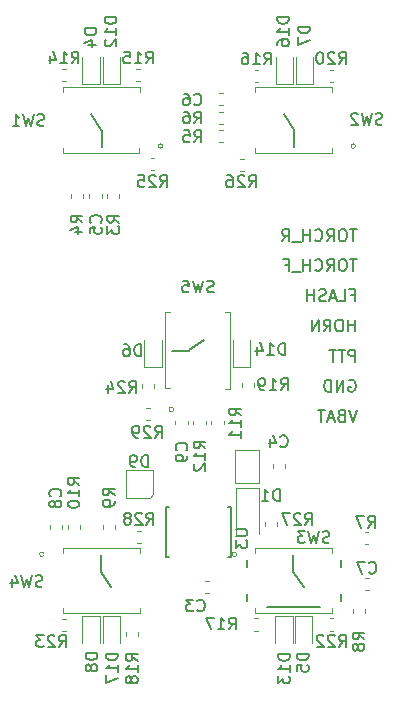
<source format=gbr>
G04 #@! TF.GenerationSoftware,KiCad,Pcbnew,(5.1.2)-2*
G04 #@! TF.CreationDate,2020-04-12T13:41:48-04:00*
G04 #@! TF.ProjectId,MotorcycleSwitch,4d6f746f-7263-4796-936c-655377697463,rev?*
G04 #@! TF.SameCoordinates,Original*
G04 #@! TF.FileFunction,Legend,Bot*
G04 #@! TF.FilePolarity,Positive*
%FSLAX46Y46*%
G04 Gerber Fmt 4.6, Leading zero omitted, Abs format (unit mm)*
G04 Created by KiCad (PCBNEW (5.1.2)-2) date 2020-04-12 13:41:48*
%MOMM*%
%LPD*%
G04 APERTURE LIST*
%ADD10C,0.150000*%
%ADD11C,0.200000*%
%ADD12C,0.120000*%
%ADD13C,0.152400*%
G04 APERTURE END LIST*
D10*
X160441687Y-107145840D02*
X160108353Y-108145840D01*
X159775020Y-107145840D01*
X159108353Y-107622031D02*
X158965496Y-107669650D01*
X158917877Y-107717269D01*
X158870258Y-107812507D01*
X158870258Y-107955364D01*
X158917877Y-108050602D01*
X158965496Y-108098221D01*
X159060734Y-108145840D01*
X159441687Y-108145840D01*
X159441687Y-107145840D01*
X159108353Y-107145840D01*
X159013115Y-107193460D01*
X158965496Y-107241079D01*
X158917877Y-107336317D01*
X158917877Y-107431555D01*
X158965496Y-107526793D01*
X159013115Y-107574412D01*
X159108353Y-107622031D01*
X159441687Y-107622031D01*
X158489306Y-107860126D02*
X158013115Y-107860126D01*
X158584544Y-108145840D02*
X158251210Y-107145840D01*
X157917877Y-108145840D01*
X157727401Y-107145840D02*
X157155972Y-107145840D01*
X157441687Y-108145840D02*
X157441687Y-107145840D01*
X159775019Y-104650920D02*
X159870257Y-104603300D01*
X160013115Y-104603300D01*
X160155972Y-104650920D01*
X160251210Y-104746158D01*
X160298829Y-104841396D01*
X160346448Y-105031872D01*
X160346448Y-105174729D01*
X160298829Y-105365205D01*
X160251210Y-105460443D01*
X160155972Y-105555681D01*
X160013115Y-105603300D01*
X159917876Y-105603300D01*
X159775019Y-105555681D01*
X159727400Y-105508062D01*
X159727400Y-105174729D01*
X159917876Y-105174729D01*
X159298829Y-105603300D02*
X159298829Y-104603300D01*
X158727400Y-105603300D01*
X158727400Y-104603300D01*
X158251210Y-105603300D02*
X158251210Y-104603300D01*
X158013115Y-104603300D01*
X157870257Y-104650920D01*
X157775019Y-104746158D01*
X157727400Y-104841396D01*
X157679781Y-105031872D01*
X157679781Y-105174729D01*
X157727400Y-105365205D01*
X157775019Y-105460443D01*
X157870257Y-105555681D01*
X158013115Y-105603300D01*
X158251210Y-105603300D01*
X160298829Y-103070920D02*
X160298829Y-102070920D01*
X159917877Y-102070920D01*
X159822639Y-102118540D01*
X159775020Y-102166159D01*
X159727400Y-102261397D01*
X159727400Y-102404254D01*
X159775020Y-102499492D01*
X159822639Y-102547111D01*
X159917877Y-102594730D01*
X160298829Y-102594730D01*
X159441686Y-102070920D02*
X158870258Y-102070920D01*
X159155972Y-103070920D02*
X159155972Y-102070920D01*
X158679781Y-102070920D02*
X158108353Y-102070920D01*
X158394067Y-103070920D02*
X158394067Y-102070920D01*
X160298829Y-100502980D02*
X160298829Y-99502980D01*
X160298829Y-99979171D02*
X159727400Y-99979171D01*
X159727400Y-100502980D02*
X159727400Y-99502980D01*
X159060734Y-99502980D02*
X158870257Y-99502980D01*
X158775019Y-99550600D01*
X158679781Y-99645838D01*
X158632162Y-99836314D01*
X158632162Y-100169647D01*
X158679781Y-100360123D01*
X158775019Y-100455361D01*
X158870257Y-100502980D01*
X159060734Y-100502980D01*
X159155972Y-100455361D01*
X159251210Y-100360123D01*
X159298829Y-100169647D01*
X159298829Y-99836314D01*
X159251210Y-99645838D01*
X159155972Y-99550600D01*
X159060734Y-99502980D01*
X157632162Y-100502980D02*
X157965496Y-100026790D01*
X158203591Y-100502980D02*
X158203591Y-99502980D01*
X157822638Y-99502980D01*
X157727400Y-99550600D01*
X157679781Y-99598219D01*
X157632162Y-99693457D01*
X157632162Y-99836314D01*
X157679781Y-99931552D01*
X157727400Y-99979171D01*
X157822638Y-100026790D01*
X158203591Y-100026790D01*
X157203591Y-100502980D02*
X157203591Y-99502980D01*
X156632162Y-100502980D01*
X156632162Y-99502980D01*
X159965496Y-97423931D02*
X160298829Y-97423931D01*
X160298829Y-97947740D02*
X160298829Y-96947740D01*
X159822639Y-96947740D01*
X158965496Y-97947740D02*
X159441686Y-97947740D01*
X159441686Y-96947740D01*
X158679781Y-97662026D02*
X158203591Y-97662026D01*
X158775020Y-97947740D02*
X158441686Y-96947740D01*
X158108353Y-97947740D01*
X157822639Y-97900121D02*
X157679781Y-97947740D01*
X157441686Y-97947740D01*
X157346448Y-97900121D01*
X157298829Y-97852502D01*
X157251210Y-97757264D01*
X157251210Y-97662026D01*
X157298829Y-97566788D01*
X157346448Y-97519169D01*
X157441686Y-97471550D01*
X157632162Y-97423931D01*
X157727400Y-97376312D01*
X157775020Y-97328693D01*
X157822639Y-97233455D01*
X157822639Y-97138217D01*
X157775020Y-97042979D01*
X157727400Y-96995360D01*
X157632162Y-96947740D01*
X157394067Y-96947740D01*
X157251210Y-96995360D01*
X156822639Y-97947740D02*
X156822639Y-96947740D01*
X156822639Y-97423931D02*
X156251210Y-97423931D01*
X156251210Y-97947740D02*
X156251210Y-96947740D01*
X160441687Y-94392500D02*
X159870258Y-94392500D01*
X160155972Y-95392500D02*
X160155972Y-94392500D01*
X159346449Y-94392500D02*
X159155972Y-94392500D01*
X159060734Y-94440120D01*
X158965496Y-94535358D01*
X158917877Y-94725834D01*
X158917877Y-95059167D01*
X158965496Y-95249643D01*
X159060734Y-95344881D01*
X159155972Y-95392500D01*
X159346449Y-95392500D01*
X159441687Y-95344881D01*
X159536925Y-95249643D01*
X159584544Y-95059167D01*
X159584544Y-94725834D01*
X159536925Y-94535358D01*
X159441687Y-94440120D01*
X159346449Y-94392500D01*
X157917877Y-95392500D02*
X158251210Y-94916310D01*
X158489306Y-95392500D02*
X158489306Y-94392500D01*
X158108353Y-94392500D01*
X158013115Y-94440120D01*
X157965496Y-94487739D01*
X157917877Y-94582977D01*
X157917877Y-94725834D01*
X157965496Y-94821072D01*
X158013115Y-94868691D01*
X158108353Y-94916310D01*
X158489306Y-94916310D01*
X156917877Y-95297262D02*
X156965496Y-95344881D01*
X157108353Y-95392500D01*
X157203591Y-95392500D01*
X157346449Y-95344881D01*
X157441687Y-95249643D01*
X157489306Y-95154405D01*
X157536925Y-94963929D01*
X157536925Y-94821072D01*
X157489306Y-94630596D01*
X157441687Y-94535358D01*
X157346449Y-94440120D01*
X157203591Y-94392500D01*
X157108353Y-94392500D01*
X156965496Y-94440120D01*
X156917877Y-94487739D01*
X156489306Y-95392500D02*
X156489306Y-94392500D01*
X156489306Y-94868691D02*
X155917877Y-94868691D01*
X155917877Y-95392500D02*
X155917877Y-94392500D01*
X155679782Y-95487739D02*
X154917877Y-95487739D01*
X154346449Y-94868691D02*
X154679782Y-94868691D01*
X154679782Y-95392500D02*
X154679782Y-94392500D01*
X154203591Y-94392500D01*
X160441686Y-91867740D02*
X159870258Y-91867740D01*
X160155972Y-92867740D02*
X160155972Y-91867740D01*
X159346448Y-91867740D02*
X159155972Y-91867740D01*
X159060734Y-91915360D01*
X158965496Y-92010598D01*
X158917877Y-92201074D01*
X158917877Y-92534407D01*
X158965496Y-92724883D01*
X159060734Y-92820121D01*
X159155972Y-92867740D01*
X159346448Y-92867740D01*
X159441686Y-92820121D01*
X159536924Y-92724883D01*
X159584543Y-92534407D01*
X159584543Y-92201074D01*
X159536924Y-92010598D01*
X159441686Y-91915360D01*
X159346448Y-91867740D01*
X157917877Y-92867740D02*
X158251210Y-92391550D01*
X158489305Y-92867740D02*
X158489305Y-91867740D01*
X158108353Y-91867740D01*
X158013115Y-91915360D01*
X157965496Y-91962979D01*
X157917877Y-92058217D01*
X157917877Y-92201074D01*
X157965496Y-92296312D01*
X158013115Y-92343931D01*
X158108353Y-92391550D01*
X158489305Y-92391550D01*
X156917877Y-92772502D02*
X156965496Y-92820121D01*
X157108353Y-92867740D01*
X157203591Y-92867740D01*
X157346448Y-92820121D01*
X157441686Y-92724883D01*
X157489305Y-92629645D01*
X157536924Y-92439169D01*
X157536924Y-92296312D01*
X157489305Y-92105836D01*
X157441686Y-92010598D01*
X157346448Y-91915360D01*
X157203591Y-91867740D01*
X157108353Y-91867740D01*
X156965496Y-91915360D01*
X156917877Y-91962979D01*
X156489305Y-92867740D02*
X156489305Y-91867740D01*
X156489305Y-92343931D02*
X155917877Y-92343931D01*
X155917877Y-92867740D02*
X155917877Y-91867740D01*
X155679781Y-92962979D02*
X154917877Y-92962979D01*
X154108353Y-92867740D02*
X154441686Y-92391550D01*
X154679781Y-92867740D02*
X154679781Y-91867740D01*
X154298829Y-91867740D01*
X154203591Y-91915360D01*
X154155972Y-91962979D01*
X154108353Y-92058217D01*
X154108353Y-92201074D01*
X154155972Y-92296312D01*
X154203591Y-92343931D01*
X154298829Y-92391550D01*
X154679781Y-92391550D01*
D11*
X159109040Y-123322110D02*
X159109040Y-122722110D01*
X151109040Y-123322110D02*
X151109040Y-122722110D01*
X151109040Y-120422110D02*
X151109040Y-119822110D01*
X159109040Y-120422110D02*
X159109040Y-119822110D01*
X157359040Y-123822110D02*
X152859040Y-123822110D01*
D12*
X160312354Y-84814880D02*
G75*
G03X160312354Y-84814880I-188234J0D01*
G01*
X151834760Y-85365240D02*
X158334760Y-85365240D01*
X158334760Y-84962200D02*
X158334760Y-85365240D01*
X151834760Y-84962200D02*
X151834760Y-85365240D01*
X158350000Y-80253040D02*
X158350000Y-79850000D01*
X151850000Y-80253040D02*
X151850000Y-79850000D01*
X158350000Y-79850000D02*
X151850000Y-79850000D01*
X144012354Y-84814880D02*
G75*
G03X144012354Y-84814880I-188234J0D01*
G01*
X135534760Y-85365240D02*
X142034760Y-85365240D01*
X142034760Y-84962200D02*
X142034760Y-85365240D01*
X135534760Y-84962200D02*
X135534760Y-85365240D01*
X142050000Y-80253040D02*
X142050000Y-79850000D01*
X135550000Y-80253040D02*
X135550000Y-79850000D01*
X142050000Y-79850000D02*
X135550000Y-79850000D01*
X144923354Y-107124120D02*
G75*
G03X144923354Y-107124120I-188234J0D01*
G01*
X144184760Y-98834760D02*
X144184760Y-105334760D01*
X144587800Y-105334760D02*
X144184760Y-105334760D01*
X144587800Y-98834760D02*
X144184760Y-98834760D01*
X149296960Y-105350000D02*
X149700000Y-105350000D01*
X149296960Y-98850000D02*
X149700000Y-98850000D01*
X149700000Y-105350000D02*
X149700000Y-98850000D01*
X150264114Y-119385120D02*
G75*
G03X150264114Y-119385120I-188234J0D01*
G01*
X158365240Y-118834760D02*
X151865240Y-118834760D01*
X151865240Y-119237800D02*
X151865240Y-118834760D01*
X158365240Y-119237800D02*
X158365240Y-118834760D01*
X151850000Y-123946960D02*
X151850000Y-124350000D01*
X158350000Y-123946960D02*
X158350000Y-124350000D01*
X151850000Y-124350000D02*
X158350000Y-124350000D01*
D13*
X149529040Y-115417200D02*
X149805900Y-115417200D01*
X144570960Y-119582800D02*
X144294100Y-119582800D01*
X149805900Y-119582800D02*
X149529040Y-119582800D01*
X149805900Y-115417200D02*
X149805900Y-119582800D01*
X144294100Y-115417200D02*
X144570960Y-115417200D01*
X144294100Y-119582800D02*
X144294100Y-115417200D01*
D12*
X133964114Y-119385120D02*
G75*
G03X133964114Y-119385120I-188234J0D01*
G01*
X142065240Y-118834760D02*
X135565240Y-118834760D01*
X135565240Y-119237800D02*
X135565240Y-118834760D01*
X142065240Y-119237800D02*
X142065240Y-118834760D01*
X135550000Y-123946960D02*
X135550000Y-124350000D01*
X142050000Y-123946960D02*
X142050000Y-124350000D01*
X135550000Y-124350000D02*
X142050000Y-124350000D01*
X150200000Y-113750000D02*
X150200000Y-117650000D01*
X152200000Y-113750000D02*
X152200000Y-117650000D01*
X150200000Y-113750000D02*
X152200000Y-113750000D01*
X150130000Y-110512400D02*
X150130000Y-113312400D01*
X150130000Y-113312400D02*
X152130000Y-113312400D01*
X152130000Y-113312400D02*
X152130000Y-110512400D01*
X152130000Y-110512400D02*
X150130000Y-110512400D01*
X140862380Y-114595000D02*
X142901380Y-114595000D01*
X140862380Y-112220000D02*
X140862380Y-114595000D01*
X143162380Y-112220000D02*
X140862380Y-112220000D01*
X143162380Y-114296500D02*
X143162380Y-112220000D01*
X142901380Y-114595000D02*
X143162380Y-114296500D01*
X142912779Y-108010000D02*
X142587221Y-108010000D01*
X142912779Y-106990000D02*
X142587221Y-106990000D01*
X141837221Y-117390000D02*
X142162779Y-117390000D01*
X141837221Y-118410000D02*
X142162779Y-118410000D01*
X152690000Y-116962779D02*
X152690000Y-116637221D01*
X153710000Y-116962779D02*
X153710000Y-116637221D01*
X150862779Y-86910000D02*
X150537221Y-86910000D01*
X150862779Y-85890000D02*
X150537221Y-85890000D01*
X142987221Y-85790000D02*
X143312779Y-85790000D01*
X142987221Y-86810000D02*
X143312779Y-86810000D01*
X143260000Y-104937221D02*
X143260000Y-105262779D01*
X142240000Y-104937221D02*
X142240000Y-105262779D01*
X135812779Y-125860000D02*
X135487221Y-125860000D01*
X135812779Y-124840000D02*
X135487221Y-124840000D01*
X158137221Y-124815000D02*
X158462779Y-124815000D01*
X158137221Y-125835000D02*
X158462779Y-125835000D01*
X158137221Y-78365000D02*
X158462779Y-78365000D01*
X158137221Y-79385000D02*
X158462779Y-79385000D01*
X151710000Y-104912221D02*
X151710000Y-105237779D01*
X150690000Y-104912221D02*
X150690000Y-105237779D01*
X141910000Y-125937221D02*
X141910000Y-126262779D01*
X140890000Y-125937221D02*
X140890000Y-126262779D01*
X152062779Y-125835000D02*
X151737221Y-125835000D01*
X152062779Y-124815000D02*
X151737221Y-124815000D01*
X152112779Y-79385000D02*
X151787221Y-79385000D01*
X152112779Y-78365000D02*
X151787221Y-78365000D01*
X141787221Y-78290000D02*
X142112779Y-78290000D01*
X141787221Y-79310000D02*
X142112779Y-79310000D01*
X135812779Y-79310000D02*
X135487221Y-79310000D01*
X135812779Y-78290000D02*
X135487221Y-78290000D01*
X146615000Y-108387779D02*
X146615000Y-108062221D01*
X147635000Y-108387779D02*
X147635000Y-108062221D01*
X149160000Y-108062221D02*
X149160000Y-108387779D01*
X148140000Y-108062221D02*
X148140000Y-108387779D01*
X137020000Y-116937221D02*
X137020000Y-117262779D01*
X136000000Y-116937221D02*
X136000000Y-117262779D01*
X138990000Y-117252779D02*
X138990000Y-116927221D01*
X140010000Y-117252779D02*
X140010000Y-116927221D01*
X161110000Y-124037221D02*
X161110000Y-124362779D01*
X160090000Y-124037221D02*
X160090000Y-124362779D01*
X161099721Y-117490000D02*
X161425279Y-117490000D01*
X161099721Y-118510000D02*
X161425279Y-118510000D01*
X148787221Y-81940000D02*
X149112779Y-81940000D01*
X148787221Y-82960000D02*
X149112779Y-82960000D01*
X149112779Y-84510000D02*
X148787221Y-84510000D01*
X149112779Y-83490000D02*
X148787221Y-83490000D01*
X137227040Y-88865281D02*
X137227040Y-89190839D01*
X136207040Y-88865281D02*
X136207040Y-89190839D01*
X140327040Y-88877781D02*
X140327040Y-89203339D01*
X139307040Y-88877781D02*
X139307040Y-89203339D01*
X145090000Y-108387779D02*
X145090000Y-108062221D01*
X146110000Y-108387779D02*
X146110000Y-108062221D01*
X135480000Y-116937221D02*
X135480000Y-117262779D01*
X134460000Y-116937221D02*
X134460000Y-117262779D01*
X161127221Y-121370000D02*
X161452779Y-121370000D01*
X161127221Y-122390000D02*
X161452779Y-122390000D01*
X148787221Y-80340000D02*
X149112779Y-80340000D01*
X148787221Y-81360000D02*
X149112779Y-81360000D01*
X138827040Y-88865281D02*
X138827040Y-89190839D01*
X137807040Y-88865281D02*
X137807040Y-89190839D01*
X153312400Y-112075179D02*
X153312400Y-111749621D01*
X154332400Y-112075179D02*
X154332400Y-111749621D01*
X147912779Y-122680000D02*
X147587221Y-122680000D01*
X147912779Y-121660000D02*
X147587221Y-121660000D01*
X156685000Y-124590000D02*
X156685000Y-126875000D01*
X155215000Y-124590000D02*
X156685000Y-124590000D01*
X155215000Y-126875000D02*
X155215000Y-124590000D01*
X140385000Y-124615000D02*
X140385000Y-126900000D01*
X138915000Y-124615000D02*
X140385000Y-124615000D01*
X138915000Y-126900000D02*
X138915000Y-124615000D01*
X153565000Y-79572500D02*
X153565000Y-77287500D01*
X155035000Y-79572500D02*
X153565000Y-79572500D01*
X155035000Y-77287500D02*
X155035000Y-79572500D01*
X149940000Y-103535000D02*
X149940000Y-101250000D01*
X151410000Y-103535000D02*
X149940000Y-103535000D01*
X151410000Y-101250000D02*
X151410000Y-103535000D01*
X155010000Y-124590000D02*
X155010000Y-126875000D01*
X153540000Y-124590000D02*
X155010000Y-124590000D01*
X153540000Y-126875000D02*
X153540000Y-124590000D01*
X138915000Y-79560000D02*
X138915000Y-77275000D01*
X140385000Y-79560000D02*
X138915000Y-79560000D01*
X140385000Y-77275000D02*
X140385000Y-79560000D01*
X138685000Y-124615000D02*
X138685000Y-126900000D01*
X137215000Y-124615000D02*
X138685000Y-124615000D01*
X137215000Y-126900000D02*
X137215000Y-124615000D01*
X155265000Y-79572500D02*
X155265000Y-77287500D01*
X156735000Y-79572500D02*
X155265000Y-79572500D01*
X156735000Y-77287500D02*
X156735000Y-79572500D01*
X142465000Y-103560000D02*
X142465000Y-101275000D01*
X143935000Y-103560000D02*
X142465000Y-103560000D01*
X143935000Y-101275000D02*
X143935000Y-103560000D01*
X137215000Y-79560000D02*
X137215000Y-77275000D01*
X138685000Y-79560000D02*
X137215000Y-79560000D01*
X138685000Y-77275000D02*
X138685000Y-79560000D01*
D10*
X162615713Y-82967461D02*
X162472856Y-83015080D01*
X162234760Y-83015080D01*
X162139522Y-82967461D01*
X162091903Y-82919842D01*
X162044284Y-82824604D01*
X162044284Y-82729366D01*
X162091903Y-82634128D01*
X162139522Y-82586509D01*
X162234760Y-82538890D01*
X162425237Y-82491271D01*
X162520475Y-82443652D01*
X162568094Y-82396033D01*
X162615713Y-82300795D01*
X162615713Y-82205557D01*
X162568094Y-82110319D01*
X162520475Y-82062700D01*
X162425237Y-82015080D01*
X162187141Y-82015080D01*
X162044284Y-82062700D01*
X161710951Y-82015080D02*
X161472856Y-83015080D01*
X161282380Y-82300795D01*
X161091903Y-83015080D01*
X160853808Y-82015080D01*
X160520475Y-82110319D02*
X160472856Y-82062700D01*
X160377618Y-82015080D01*
X160139522Y-82015080D01*
X160044284Y-82062700D01*
X159996665Y-82110319D01*
X159949046Y-82205557D01*
X159949046Y-82300795D01*
X159996665Y-82443652D01*
X160568094Y-83015080D01*
X159949046Y-83015080D01*
X155140640Y-84874154D02*
X155140640Y-83445582D01*
X154265028Y-82131761D02*
X155122171Y-83417476D01*
X155140640Y-84874154D02*
X155140640Y-83445582D01*
X133974673Y-83071601D02*
X133831816Y-83119220D01*
X133593720Y-83119220D01*
X133498482Y-83071601D01*
X133450863Y-83023982D01*
X133403244Y-82928744D01*
X133403244Y-82833506D01*
X133450863Y-82738268D01*
X133498482Y-82690649D01*
X133593720Y-82643030D01*
X133784197Y-82595411D01*
X133879435Y-82547792D01*
X133927054Y-82500173D01*
X133974673Y-82404935D01*
X133974673Y-82309697D01*
X133927054Y-82214459D01*
X133879435Y-82166840D01*
X133784197Y-82119220D01*
X133546101Y-82119220D01*
X133403244Y-82166840D01*
X133069911Y-82119220D02*
X132831816Y-83119220D01*
X132641340Y-82404935D01*
X132450863Y-83119220D01*
X132212768Y-82119220D01*
X131308006Y-83119220D02*
X131879435Y-83119220D01*
X131593720Y-83119220D02*
X131593720Y-82119220D01*
X131688959Y-82262078D01*
X131784197Y-82357316D01*
X131879435Y-82404935D01*
X138840640Y-84874154D02*
X138840640Y-83445582D01*
X137965028Y-82131761D02*
X138822171Y-83417476D01*
X138840640Y-84874154D02*
X138840640Y-83445582D01*
X148333333Y-97154761D02*
X148190476Y-97202380D01*
X147952380Y-97202380D01*
X147857142Y-97154761D01*
X147809523Y-97107142D01*
X147761904Y-97011904D01*
X147761904Y-96916666D01*
X147809523Y-96821428D01*
X147857142Y-96773809D01*
X147952380Y-96726190D01*
X148142857Y-96678571D01*
X148238095Y-96630952D01*
X148285714Y-96583333D01*
X148333333Y-96488095D01*
X148333333Y-96392857D01*
X148285714Y-96297619D01*
X148238095Y-96250000D01*
X148142857Y-96202380D01*
X147904761Y-96202380D01*
X147761904Y-96250000D01*
X147428571Y-96202380D02*
X147190476Y-97202380D01*
X147000000Y-96488095D01*
X146809523Y-97202380D01*
X146571428Y-96202380D01*
X145714285Y-96202380D02*
X146190476Y-96202380D01*
X146238095Y-96678571D01*
X146190476Y-96630952D01*
X146095238Y-96583333D01*
X145857142Y-96583333D01*
X145761904Y-96630952D01*
X145714285Y-96678571D01*
X145666666Y-96773809D01*
X145666666Y-97011904D01*
X145714285Y-97107142D01*
X145761904Y-97154761D01*
X145857142Y-97202380D01*
X146095238Y-97202380D01*
X146190476Y-97154761D01*
X146238095Y-97107142D01*
X146247274Y-102140640D02*
X144818702Y-102140640D01*
X146227761Y-102122171D02*
X147513476Y-101265028D01*
X146247274Y-102140640D02*
X144818702Y-102140640D01*
X158113333Y-118374761D02*
X157970476Y-118422380D01*
X157732380Y-118422380D01*
X157637142Y-118374761D01*
X157589523Y-118327142D01*
X157541904Y-118231904D01*
X157541904Y-118136666D01*
X157589523Y-118041428D01*
X157637142Y-117993809D01*
X157732380Y-117946190D01*
X157922857Y-117898571D01*
X158018095Y-117850952D01*
X158065714Y-117803333D01*
X158113333Y-117708095D01*
X158113333Y-117612857D01*
X158065714Y-117517619D01*
X158018095Y-117470000D01*
X157922857Y-117422380D01*
X157684761Y-117422380D01*
X157541904Y-117470000D01*
X157208571Y-117422380D02*
X156970476Y-118422380D01*
X156780000Y-117708095D01*
X156589523Y-118422380D01*
X156351428Y-117422380D01*
X156065714Y-117422380D02*
X155446666Y-117422380D01*
X155780000Y-117803333D01*
X155637142Y-117803333D01*
X155541904Y-117850952D01*
X155494285Y-117898571D01*
X155446666Y-117993809D01*
X155446666Y-118231904D01*
X155494285Y-118327142D01*
X155541904Y-118374761D01*
X155637142Y-118422380D01*
X155922857Y-118422380D01*
X156018095Y-118374761D01*
X156065714Y-118327142D01*
X155059360Y-120897274D02*
X155059360Y-119468702D01*
X155077828Y-120877761D02*
X155934971Y-122163476D01*
X155059360Y-120897274D02*
X155059360Y-119468702D01*
X150185380Y-117246095D02*
X150994904Y-117246095D01*
X151090142Y-117293714D01*
X151137761Y-117341333D01*
X151185380Y-117436571D01*
X151185380Y-117627047D01*
X151137761Y-117722285D01*
X151090142Y-117769904D01*
X150994904Y-117817523D01*
X150185380Y-117817523D01*
X150185380Y-118198476D02*
X150185380Y-118817523D01*
X150566333Y-118484190D01*
X150566333Y-118627047D01*
X150613952Y-118722285D01*
X150661571Y-118769904D01*
X150756809Y-118817523D01*
X150994904Y-118817523D01*
X151090142Y-118769904D01*
X151137761Y-118722285D01*
X151185380Y-118627047D01*
X151185380Y-118341333D01*
X151137761Y-118246095D01*
X151090142Y-118198476D01*
X133814653Y-122106321D02*
X133671796Y-122153940D01*
X133433700Y-122153940D01*
X133338462Y-122106321D01*
X133290843Y-122058702D01*
X133243224Y-121963464D01*
X133243224Y-121868226D01*
X133290843Y-121772988D01*
X133338462Y-121725369D01*
X133433700Y-121677750D01*
X133624177Y-121630131D01*
X133719415Y-121582512D01*
X133767034Y-121534893D01*
X133814653Y-121439655D01*
X133814653Y-121344417D01*
X133767034Y-121249179D01*
X133719415Y-121201560D01*
X133624177Y-121153940D01*
X133386081Y-121153940D01*
X133243224Y-121201560D01*
X132909891Y-121153940D02*
X132671796Y-122153940D01*
X132481320Y-121439655D01*
X132290843Y-122153940D01*
X132052748Y-121153940D01*
X131243224Y-121487274D02*
X131243224Y-122153940D01*
X131481320Y-121106321D02*
X131719415Y-121820607D01*
X131100367Y-121820607D01*
X138759360Y-120897274D02*
X138759360Y-119468702D01*
X138777828Y-120877761D02*
X139634971Y-122163476D01*
X138759360Y-120897274D02*
X138759360Y-119468702D01*
X153907715Y-114851440D02*
X153907715Y-113851440D01*
X153669620Y-113851440D01*
X153526762Y-113899060D01*
X153431524Y-113994298D01*
X153383905Y-114089536D01*
X153336286Y-114280012D01*
X153336286Y-114422869D01*
X153383905Y-114613345D01*
X153431524Y-114708583D01*
X153526762Y-114803821D01*
X153669620Y-114851440D01*
X153907715Y-114851440D01*
X152383905Y-114851440D02*
X152955334Y-114851440D01*
X152669620Y-114851440D02*
X152669620Y-113851440D01*
X152764858Y-113994298D01*
X152860096Y-114089536D01*
X152955334Y-114137155D01*
X142746955Y-111981240D02*
X142746955Y-110981240D01*
X142508860Y-110981240D01*
X142366002Y-111028860D01*
X142270764Y-111124098D01*
X142223145Y-111219336D01*
X142175526Y-111409812D01*
X142175526Y-111552669D01*
X142223145Y-111743145D01*
X142270764Y-111838383D01*
X142366002Y-111933621D01*
X142508860Y-111981240D01*
X142746955Y-111981240D01*
X141699336Y-111981240D02*
X141508860Y-111981240D01*
X141413621Y-111933621D01*
X141366002Y-111886002D01*
X141270764Y-111743145D01*
X141223145Y-111552669D01*
X141223145Y-111171717D01*
X141270764Y-111076479D01*
X141318383Y-111028860D01*
X141413621Y-110981240D01*
X141604098Y-110981240D01*
X141699336Y-111028860D01*
X141746955Y-111076479D01*
X141794574Y-111171717D01*
X141794574Y-111409812D01*
X141746955Y-111505050D01*
X141699336Y-111552669D01*
X141604098Y-111600288D01*
X141413621Y-111600288D01*
X141318383Y-111552669D01*
X141270764Y-111505050D01*
X141223145Y-111409812D01*
X143352857Y-109502380D02*
X143686190Y-109026190D01*
X143924285Y-109502380D02*
X143924285Y-108502380D01*
X143543333Y-108502380D01*
X143448095Y-108550000D01*
X143400476Y-108597619D01*
X143352857Y-108692857D01*
X143352857Y-108835714D01*
X143400476Y-108930952D01*
X143448095Y-108978571D01*
X143543333Y-109026190D01*
X143924285Y-109026190D01*
X142971904Y-108597619D02*
X142924285Y-108550000D01*
X142829047Y-108502380D01*
X142590952Y-108502380D01*
X142495714Y-108550000D01*
X142448095Y-108597619D01*
X142400476Y-108692857D01*
X142400476Y-108788095D01*
X142448095Y-108930952D01*
X143019523Y-109502380D01*
X142400476Y-109502380D01*
X141924285Y-109502380D02*
X141733809Y-109502380D01*
X141638571Y-109454761D01*
X141590952Y-109407142D01*
X141495714Y-109264285D01*
X141448095Y-109073809D01*
X141448095Y-108692857D01*
X141495714Y-108597619D01*
X141543333Y-108550000D01*
X141638571Y-108502380D01*
X141829047Y-108502380D01*
X141924285Y-108550000D01*
X141971904Y-108597619D01*
X142019523Y-108692857D01*
X142019523Y-108930952D01*
X141971904Y-109026190D01*
X141924285Y-109073809D01*
X141829047Y-109121428D01*
X141638571Y-109121428D01*
X141543333Y-109073809D01*
X141495714Y-109026190D01*
X141448095Y-108930952D01*
X142633937Y-116865660D02*
X142967270Y-116389470D01*
X143205365Y-116865660D02*
X143205365Y-115865660D01*
X142824413Y-115865660D01*
X142729175Y-115913280D01*
X142681556Y-115960899D01*
X142633937Y-116056137D01*
X142633937Y-116198994D01*
X142681556Y-116294232D01*
X142729175Y-116341851D01*
X142824413Y-116389470D01*
X143205365Y-116389470D01*
X142252984Y-115960899D02*
X142205365Y-115913280D01*
X142110127Y-115865660D01*
X141872032Y-115865660D01*
X141776794Y-115913280D01*
X141729175Y-115960899D01*
X141681556Y-116056137D01*
X141681556Y-116151375D01*
X141729175Y-116294232D01*
X142300603Y-116865660D01*
X141681556Y-116865660D01*
X141110127Y-116294232D02*
X141205365Y-116246613D01*
X141252984Y-116198994D01*
X141300603Y-116103756D01*
X141300603Y-116056137D01*
X141252984Y-115960899D01*
X141205365Y-115913280D01*
X141110127Y-115865660D01*
X140919651Y-115865660D01*
X140824413Y-115913280D01*
X140776794Y-115960899D01*
X140729175Y-116056137D01*
X140729175Y-116103756D01*
X140776794Y-116198994D01*
X140824413Y-116246613D01*
X140919651Y-116294232D01*
X141110127Y-116294232D01*
X141205365Y-116341851D01*
X141252984Y-116389470D01*
X141300603Y-116484708D01*
X141300603Y-116675184D01*
X141252984Y-116770422D01*
X141205365Y-116818041D01*
X141110127Y-116865660D01*
X140919651Y-116865660D01*
X140824413Y-116818041D01*
X140776794Y-116770422D01*
X140729175Y-116675184D01*
X140729175Y-116484708D01*
X140776794Y-116389470D01*
X140824413Y-116341851D01*
X140919651Y-116294232D01*
X156040057Y-116906300D02*
X156373390Y-116430110D01*
X156611485Y-116906300D02*
X156611485Y-115906300D01*
X156230533Y-115906300D01*
X156135295Y-115953920D01*
X156087676Y-116001539D01*
X156040057Y-116096777D01*
X156040057Y-116239634D01*
X156087676Y-116334872D01*
X156135295Y-116382491D01*
X156230533Y-116430110D01*
X156611485Y-116430110D01*
X155659104Y-116001539D02*
X155611485Y-115953920D01*
X155516247Y-115906300D01*
X155278152Y-115906300D01*
X155182914Y-115953920D01*
X155135295Y-116001539D01*
X155087676Y-116096777D01*
X155087676Y-116192015D01*
X155135295Y-116334872D01*
X155706723Y-116906300D01*
X155087676Y-116906300D01*
X154754342Y-115906300D02*
X154087676Y-115906300D01*
X154516247Y-116906300D01*
X151302857Y-88292380D02*
X151636190Y-87816190D01*
X151874285Y-88292380D02*
X151874285Y-87292380D01*
X151493333Y-87292380D01*
X151398095Y-87340000D01*
X151350476Y-87387619D01*
X151302857Y-87482857D01*
X151302857Y-87625714D01*
X151350476Y-87720952D01*
X151398095Y-87768571D01*
X151493333Y-87816190D01*
X151874285Y-87816190D01*
X150921904Y-87387619D02*
X150874285Y-87340000D01*
X150779047Y-87292380D01*
X150540952Y-87292380D01*
X150445714Y-87340000D01*
X150398095Y-87387619D01*
X150350476Y-87482857D01*
X150350476Y-87578095D01*
X150398095Y-87720952D01*
X150969523Y-88292380D01*
X150350476Y-88292380D01*
X149493333Y-87292380D02*
X149683809Y-87292380D01*
X149779047Y-87340000D01*
X149826666Y-87387619D01*
X149921904Y-87530476D01*
X149969523Y-87720952D01*
X149969523Y-88101904D01*
X149921904Y-88197142D01*
X149874285Y-88244761D01*
X149779047Y-88292380D01*
X149588571Y-88292380D01*
X149493333Y-88244761D01*
X149445714Y-88197142D01*
X149398095Y-88101904D01*
X149398095Y-87863809D01*
X149445714Y-87768571D01*
X149493333Y-87720952D01*
X149588571Y-87673333D01*
X149779047Y-87673333D01*
X149874285Y-87720952D01*
X149921904Y-87768571D01*
X149969523Y-87863809D01*
X143782857Y-88272380D02*
X144116190Y-87796190D01*
X144354285Y-88272380D02*
X144354285Y-87272380D01*
X143973333Y-87272380D01*
X143878095Y-87320000D01*
X143830476Y-87367619D01*
X143782857Y-87462857D01*
X143782857Y-87605714D01*
X143830476Y-87700952D01*
X143878095Y-87748571D01*
X143973333Y-87796190D01*
X144354285Y-87796190D01*
X143401904Y-87367619D02*
X143354285Y-87320000D01*
X143259047Y-87272380D01*
X143020952Y-87272380D01*
X142925714Y-87320000D01*
X142878095Y-87367619D01*
X142830476Y-87462857D01*
X142830476Y-87558095D01*
X142878095Y-87700952D01*
X143449523Y-88272380D01*
X142830476Y-88272380D01*
X141925714Y-87272380D02*
X142401904Y-87272380D01*
X142449523Y-87748571D01*
X142401904Y-87700952D01*
X142306666Y-87653333D01*
X142068571Y-87653333D01*
X141973333Y-87700952D01*
X141925714Y-87748571D01*
X141878095Y-87843809D01*
X141878095Y-88081904D01*
X141925714Y-88177142D01*
X141973333Y-88224761D01*
X142068571Y-88272380D01*
X142306666Y-88272380D01*
X142401904Y-88224761D01*
X142449523Y-88177142D01*
X141173437Y-105727760D02*
X141506770Y-105251570D01*
X141744865Y-105727760D02*
X141744865Y-104727760D01*
X141363913Y-104727760D01*
X141268675Y-104775380D01*
X141221056Y-104822999D01*
X141173437Y-104918237D01*
X141173437Y-105061094D01*
X141221056Y-105156332D01*
X141268675Y-105203951D01*
X141363913Y-105251570D01*
X141744865Y-105251570D01*
X140792484Y-104822999D02*
X140744865Y-104775380D01*
X140649627Y-104727760D01*
X140411532Y-104727760D01*
X140316294Y-104775380D01*
X140268675Y-104822999D01*
X140221056Y-104918237D01*
X140221056Y-105013475D01*
X140268675Y-105156332D01*
X140840103Y-105727760D01*
X140221056Y-105727760D01*
X139363913Y-105061094D02*
X139363913Y-105727760D01*
X139602008Y-104680141D02*
X139840103Y-105394427D01*
X139221056Y-105394427D01*
X135222857Y-127222380D02*
X135556190Y-126746190D01*
X135794285Y-127222380D02*
X135794285Y-126222380D01*
X135413333Y-126222380D01*
X135318095Y-126270000D01*
X135270476Y-126317619D01*
X135222857Y-126412857D01*
X135222857Y-126555714D01*
X135270476Y-126650952D01*
X135318095Y-126698571D01*
X135413333Y-126746190D01*
X135794285Y-126746190D01*
X134841904Y-126317619D02*
X134794285Y-126270000D01*
X134699047Y-126222380D01*
X134460952Y-126222380D01*
X134365714Y-126270000D01*
X134318095Y-126317619D01*
X134270476Y-126412857D01*
X134270476Y-126508095D01*
X134318095Y-126650952D01*
X134889523Y-127222380D01*
X134270476Y-127222380D01*
X133937142Y-126222380D02*
X133318095Y-126222380D01*
X133651428Y-126603333D01*
X133508571Y-126603333D01*
X133413333Y-126650952D01*
X133365714Y-126698571D01*
X133318095Y-126793809D01*
X133318095Y-127031904D01*
X133365714Y-127127142D01*
X133413333Y-127174761D01*
X133508571Y-127222380D01*
X133794285Y-127222380D01*
X133889523Y-127174761D01*
X133937142Y-127127142D01*
X158942857Y-127207380D02*
X159276190Y-126731190D01*
X159514285Y-127207380D02*
X159514285Y-126207380D01*
X159133333Y-126207380D01*
X159038095Y-126255000D01*
X158990476Y-126302619D01*
X158942857Y-126397857D01*
X158942857Y-126540714D01*
X158990476Y-126635952D01*
X159038095Y-126683571D01*
X159133333Y-126731190D01*
X159514285Y-126731190D01*
X158561904Y-126302619D02*
X158514285Y-126255000D01*
X158419047Y-126207380D01*
X158180952Y-126207380D01*
X158085714Y-126255000D01*
X158038095Y-126302619D01*
X157990476Y-126397857D01*
X157990476Y-126493095D01*
X158038095Y-126635952D01*
X158609523Y-127207380D01*
X157990476Y-127207380D01*
X157609523Y-126302619D02*
X157561904Y-126255000D01*
X157466666Y-126207380D01*
X157228571Y-126207380D01*
X157133333Y-126255000D01*
X157085714Y-126302619D01*
X157038095Y-126397857D01*
X157038095Y-126493095D01*
X157085714Y-126635952D01*
X157657142Y-127207380D01*
X157038095Y-127207380D01*
X158932857Y-77862380D02*
X159266190Y-77386190D01*
X159504285Y-77862380D02*
X159504285Y-76862380D01*
X159123333Y-76862380D01*
X159028095Y-76910000D01*
X158980476Y-76957619D01*
X158932857Y-77052857D01*
X158932857Y-77195714D01*
X158980476Y-77290952D01*
X159028095Y-77338571D01*
X159123333Y-77386190D01*
X159504285Y-77386190D01*
X158551904Y-76957619D02*
X158504285Y-76910000D01*
X158409047Y-76862380D01*
X158170952Y-76862380D01*
X158075714Y-76910000D01*
X158028095Y-76957619D01*
X157980476Y-77052857D01*
X157980476Y-77148095D01*
X158028095Y-77290952D01*
X158599523Y-77862380D01*
X157980476Y-77862380D01*
X157361428Y-76862380D02*
X157266190Y-76862380D01*
X157170952Y-76910000D01*
X157123333Y-76957619D01*
X157075714Y-77052857D01*
X157028095Y-77243333D01*
X157028095Y-77481428D01*
X157075714Y-77671904D01*
X157123333Y-77767142D01*
X157170952Y-77814761D01*
X157266190Y-77862380D01*
X157361428Y-77862380D01*
X157456666Y-77814761D01*
X157504285Y-77767142D01*
X157551904Y-77671904D01*
X157599523Y-77481428D01*
X157599523Y-77243333D01*
X157551904Y-77052857D01*
X157504285Y-76957619D01*
X157456666Y-76910000D01*
X157361428Y-76862380D01*
X154018217Y-105478840D02*
X154351550Y-105002650D01*
X154589645Y-105478840D02*
X154589645Y-104478840D01*
X154208693Y-104478840D01*
X154113455Y-104526460D01*
X154065836Y-104574079D01*
X154018217Y-104669317D01*
X154018217Y-104812174D01*
X154065836Y-104907412D01*
X154113455Y-104955031D01*
X154208693Y-105002650D01*
X154589645Y-105002650D01*
X153065836Y-105478840D02*
X153637264Y-105478840D01*
X153351550Y-105478840D02*
X153351550Y-104478840D01*
X153446788Y-104621698D01*
X153542026Y-104716936D01*
X153637264Y-104764555D01*
X152589645Y-105478840D02*
X152399169Y-105478840D01*
X152303931Y-105431221D01*
X152256312Y-105383602D01*
X152161074Y-105240745D01*
X152113455Y-105050269D01*
X152113455Y-104669317D01*
X152161074Y-104574079D01*
X152208693Y-104526460D01*
X152303931Y-104478840D01*
X152494407Y-104478840D01*
X152589645Y-104526460D01*
X152637264Y-104574079D01*
X152684883Y-104669317D01*
X152684883Y-104907412D01*
X152637264Y-105002650D01*
X152589645Y-105050269D01*
X152494407Y-105097888D01*
X152303931Y-105097888D01*
X152208693Y-105050269D01*
X152161074Y-105002650D01*
X152113455Y-104907412D01*
X141892380Y-128389642D02*
X141416190Y-128056309D01*
X141892380Y-127818214D02*
X140892380Y-127818214D01*
X140892380Y-128199166D01*
X140940000Y-128294404D01*
X140987619Y-128342023D01*
X141082857Y-128389642D01*
X141225714Y-128389642D01*
X141320952Y-128342023D01*
X141368571Y-128294404D01*
X141416190Y-128199166D01*
X141416190Y-127818214D01*
X141892380Y-129342023D02*
X141892380Y-128770595D01*
X141892380Y-129056309D02*
X140892380Y-129056309D01*
X141035238Y-128961071D01*
X141130476Y-128865833D01*
X141178095Y-128770595D01*
X141320952Y-129913452D02*
X141273333Y-129818214D01*
X141225714Y-129770595D01*
X141130476Y-129722976D01*
X141082857Y-129722976D01*
X140987619Y-129770595D01*
X140940000Y-129818214D01*
X140892380Y-129913452D01*
X140892380Y-130103928D01*
X140940000Y-130199166D01*
X140987619Y-130246785D01*
X141082857Y-130294404D01*
X141130476Y-130294404D01*
X141225714Y-130246785D01*
X141273333Y-130199166D01*
X141320952Y-130103928D01*
X141320952Y-129913452D01*
X141368571Y-129818214D01*
X141416190Y-129770595D01*
X141511428Y-129722976D01*
X141701904Y-129722976D01*
X141797142Y-129770595D01*
X141844761Y-129818214D01*
X141892380Y-129913452D01*
X141892380Y-130103928D01*
X141844761Y-130199166D01*
X141797142Y-130246785D01*
X141701904Y-130294404D01*
X141511428Y-130294404D01*
X141416190Y-130246785D01*
X141368571Y-130199166D01*
X141320952Y-130103928D01*
X149602857Y-125742380D02*
X149936190Y-125266190D01*
X150174285Y-125742380D02*
X150174285Y-124742380D01*
X149793333Y-124742380D01*
X149698095Y-124790000D01*
X149650476Y-124837619D01*
X149602857Y-124932857D01*
X149602857Y-125075714D01*
X149650476Y-125170952D01*
X149698095Y-125218571D01*
X149793333Y-125266190D01*
X150174285Y-125266190D01*
X148650476Y-125742380D02*
X149221904Y-125742380D01*
X148936190Y-125742380D02*
X148936190Y-124742380D01*
X149031428Y-124885238D01*
X149126666Y-124980476D01*
X149221904Y-125028095D01*
X148317142Y-124742380D02*
X147650476Y-124742380D01*
X148079047Y-125742380D01*
X152592857Y-77897380D02*
X152926190Y-77421190D01*
X153164285Y-77897380D02*
X153164285Y-76897380D01*
X152783333Y-76897380D01*
X152688095Y-76945000D01*
X152640476Y-76992619D01*
X152592857Y-77087857D01*
X152592857Y-77230714D01*
X152640476Y-77325952D01*
X152688095Y-77373571D01*
X152783333Y-77421190D01*
X153164285Y-77421190D01*
X151640476Y-77897380D02*
X152211904Y-77897380D01*
X151926190Y-77897380D02*
X151926190Y-76897380D01*
X152021428Y-77040238D01*
X152116666Y-77135476D01*
X152211904Y-77183095D01*
X150783333Y-76897380D02*
X150973809Y-76897380D01*
X151069047Y-76945000D01*
X151116666Y-76992619D01*
X151211904Y-77135476D01*
X151259523Y-77325952D01*
X151259523Y-77706904D01*
X151211904Y-77802142D01*
X151164285Y-77849761D01*
X151069047Y-77897380D01*
X150878571Y-77897380D01*
X150783333Y-77849761D01*
X150735714Y-77802142D01*
X150688095Y-77706904D01*
X150688095Y-77468809D01*
X150735714Y-77373571D01*
X150783333Y-77325952D01*
X150878571Y-77278333D01*
X151069047Y-77278333D01*
X151164285Y-77325952D01*
X151211904Y-77373571D01*
X151259523Y-77468809D01*
X142582857Y-77822380D02*
X142916190Y-77346190D01*
X143154285Y-77822380D02*
X143154285Y-76822380D01*
X142773333Y-76822380D01*
X142678095Y-76870000D01*
X142630476Y-76917619D01*
X142582857Y-77012857D01*
X142582857Y-77155714D01*
X142630476Y-77250952D01*
X142678095Y-77298571D01*
X142773333Y-77346190D01*
X143154285Y-77346190D01*
X141630476Y-77822380D02*
X142201904Y-77822380D01*
X141916190Y-77822380D02*
X141916190Y-76822380D01*
X142011428Y-76965238D01*
X142106666Y-77060476D01*
X142201904Y-77108095D01*
X140725714Y-76822380D02*
X141201904Y-76822380D01*
X141249523Y-77298571D01*
X141201904Y-77250952D01*
X141106666Y-77203333D01*
X140868571Y-77203333D01*
X140773333Y-77250952D01*
X140725714Y-77298571D01*
X140678095Y-77393809D01*
X140678095Y-77631904D01*
X140725714Y-77727142D01*
X140773333Y-77774761D01*
X140868571Y-77822380D01*
X141106666Y-77822380D01*
X141201904Y-77774761D01*
X141249523Y-77727142D01*
X136292857Y-77822380D02*
X136626190Y-77346190D01*
X136864285Y-77822380D02*
X136864285Y-76822380D01*
X136483333Y-76822380D01*
X136388095Y-76870000D01*
X136340476Y-76917619D01*
X136292857Y-77012857D01*
X136292857Y-77155714D01*
X136340476Y-77250952D01*
X136388095Y-77298571D01*
X136483333Y-77346190D01*
X136864285Y-77346190D01*
X135340476Y-77822380D02*
X135911904Y-77822380D01*
X135626190Y-77822380D02*
X135626190Y-76822380D01*
X135721428Y-76965238D01*
X135816666Y-77060476D01*
X135911904Y-77108095D01*
X134483333Y-77155714D02*
X134483333Y-77822380D01*
X134721428Y-76774761D02*
X134959523Y-77489047D01*
X134340476Y-77489047D01*
X147622380Y-110407142D02*
X147146190Y-110073809D01*
X147622380Y-109835714D02*
X146622380Y-109835714D01*
X146622380Y-110216666D01*
X146670000Y-110311904D01*
X146717619Y-110359523D01*
X146812857Y-110407142D01*
X146955714Y-110407142D01*
X147050952Y-110359523D01*
X147098571Y-110311904D01*
X147146190Y-110216666D01*
X147146190Y-109835714D01*
X147622380Y-111359523D02*
X147622380Y-110788095D01*
X147622380Y-111073809D02*
X146622380Y-111073809D01*
X146765238Y-110978571D01*
X146860476Y-110883333D01*
X146908095Y-110788095D01*
X146717619Y-111740476D02*
X146670000Y-111788095D01*
X146622380Y-111883333D01*
X146622380Y-112121428D01*
X146670000Y-112216666D01*
X146717619Y-112264285D01*
X146812857Y-112311904D01*
X146908095Y-112311904D01*
X147050952Y-112264285D01*
X147622380Y-111692857D01*
X147622380Y-112311904D01*
X150662380Y-107627142D02*
X150186190Y-107293809D01*
X150662380Y-107055714D02*
X149662380Y-107055714D01*
X149662380Y-107436666D01*
X149710000Y-107531904D01*
X149757619Y-107579523D01*
X149852857Y-107627142D01*
X149995714Y-107627142D01*
X150090952Y-107579523D01*
X150138571Y-107531904D01*
X150186190Y-107436666D01*
X150186190Y-107055714D01*
X150662380Y-108579523D02*
X150662380Y-108008095D01*
X150662380Y-108293809D02*
X149662380Y-108293809D01*
X149805238Y-108198571D01*
X149900476Y-108103333D01*
X149948095Y-108008095D01*
X150662380Y-109531904D02*
X150662380Y-108960476D01*
X150662380Y-109246190D02*
X149662380Y-109246190D01*
X149805238Y-109150952D01*
X149900476Y-109055714D01*
X149948095Y-108960476D01*
X136962140Y-113517442D02*
X136485950Y-113184109D01*
X136962140Y-112946014D02*
X135962140Y-112946014D01*
X135962140Y-113326966D01*
X136009760Y-113422204D01*
X136057379Y-113469823D01*
X136152617Y-113517442D01*
X136295474Y-113517442D01*
X136390712Y-113469823D01*
X136438331Y-113422204D01*
X136485950Y-113326966D01*
X136485950Y-112946014D01*
X136962140Y-114469823D02*
X136962140Y-113898395D01*
X136962140Y-114184109D02*
X135962140Y-114184109D01*
X136104998Y-114088871D01*
X136200236Y-113993633D01*
X136247855Y-113898395D01*
X135962140Y-115088871D02*
X135962140Y-115184109D01*
X136009760Y-115279347D01*
X136057379Y-115326966D01*
X136152617Y-115374585D01*
X136343093Y-115422204D01*
X136581188Y-115422204D01*
X136771664Y-115374585D01*
X136866902Y-115326966D01*
X136914521Y-115279347D01*
X136962140Y-115184109D01*
X136962140Y-115088871D01*
X136914521Y-114993633D01*
X136866902Y-114946014D01*
X136771664Y-114898395D01*
X136581188Y-114850776D01*
X136343093Y-114850776D01*
X136152617Y-114898395D01*
X136057379Y-114946014D01*
X136009760Y-114993633D01*
X135962140Y-115088871D01*
X139941560Y-114382253D02*
X139465370Y-114048920D01*
X139941560Y-113810824D02*
X138941560Y-113810824D01*
X138941560Y-114191777D01*
X138989180Y-114287015D01*
X139036799Y-114334634D01*
X139132037Y-114382253D01*
X139274894Y-114382253D01*
X139370132Y-114334634D01*
X139417751Y-114287015D01*
X139465370Y-114191777D01*
X139465370Y-113810824D01*
X139941560Y-114858443D02*
X139941560Y-115048920D01*
X139893941Y-115144158D01*
X139846322Y-115191777D01*
X139703465Y-115287015D01*
X139512989Y-115334634D01*
X139132037Y-115334634D01*
X139036799Y-115287015D01*
X138989180Y-115239396D01*
X138941560Y-115144158D01*
X138941560Y-114953681D01*
X138989180Y-114858443D01*
X139036799Y-114810824D01*
X139132037Y-114763205D01*
X139370132Y-114763205D01*
X139465370Y-114810824D01*
X139512989Y-114858443D01*
X139560608Y-114953681D01*
X139560608Y-115144158D01*
X139512989Y-115239396D01*
X139465370Y-115287015D01*
X139370132Y-115334634D01*
X161084520Y-126574253D02*
X160608330Y-126240920D01*
X161084520Y-126002824D02*
X160084520Y-126002824D01*
X160084520Y-126383777D01*
X160132140Y-126479015D01*
X160179759Y-126526634D01*
X160274997Y-126574253D01*
X160417854Y-126574253D01*
X160513092Y-126526634D01*
X160560711Y-126479015D01*
X160608330Y-126383777D01*
X160608330Y-126002824D01*
X160513092Y-127145681D02*
X160465473Y-127050443D01*
X160417854Y-127002824D01*
X160322616Y-126955205D01*
X160274997Y-126955205D01*
X160179759Y-127002824D01*
X160132140Y-127050443D01*
X160084520Y-127145681D01*
X160084520Y-127336158D01*
X160132140Y-127431396D01*
X160179759Y-127479015D01*
X160274997Y-127526634D01*
X160322616Y-127526634D01*
X160417854Y-127479015D01*
X160465473Y-127431396D01*
X160513092Y-127336158D01*
X160513092Y-127145681D01*
X160560711Y-127050443D01*
X160608330Y-127002824D01*
X160703568Y-126955205D01*
X160894044Y-126955205D01*
X160989282Y-127002824D01*
X161036901Y-127050443D01*
X161084520Y-127145681D01*
X161084520Y-127336158D01*
X161036901Y-127431396D01*
X160989282Y-127479015D01*
X160894044Y-127526634D01*
X160703568Y-127526634D01*
X160608330Y-127479015D01*
X160560711Y-127431396D01*
X160513092Y-127336158D01*
X161390626Y-117114580D02*
X161723960Y-116638390D01*
X161962055Y-117114580D02*
X161962055Y-116114580D01*
X161581102Y-116114580D01*
X161485864Y-116162200D01*
X161438245Y-116209819D01*
X161390626Y-116305057D01*
X161390626Y-116447914D01*
X161438245Y-116543152D01*
X161485864Y-116590771D01*
X161581102Y-116638390D01*
X161962055Y-116638390D01*
X161057293Y-116114580D02*
X160390626Y-116114580D01*
X160819198Y-117114580D01*
X146696666Y-82902380D02*
X147030000Y-82426190D01*
X147268095Y-82902380D02*
X147268095Y-81902380D01*
X146887142Y-81902380D01*
X146791904Y-81950000D01*
X146744285Y-81997619D01*
X146696666Y-82092857D01*
X146696666Y-82235714D01*
X146744285Y-82330952D01*
X146791904Y-82378571D01*
X146887142Y-82426190D01*
X147268095Y-82426190D01*
X145839523Y-81902380D02*
X146030000Y-81902380D01*
X146125238Y-81950000D01*
X146172857Y-81997619D01*
X146268095Y-82140476D01*
X146315714Y-82330952D01*
X146315714Y-82711904D01*
X146268095Y-82807142D01*
X146220476Y-82854761D01*
X146125238Y-82902380D01*
X145934761Y-82902380D01*
X145839523Y-82854761D01*
X145791904Y-82807142D01*
X145744285Y-82711904D01*
X145744285Y-82473809D01*
X145791904Y-82378571D01*
X145839523Y-82330952D01*
X145934761Y-82283333D01*
X146125238Y-82283333D01*
X146220476Y-82330952D01*
X146268095Y-82378571D01*
X146315714Y-82473809D01*
X146686666Y-84492380D02*
X147020000Y-84016190D01*
X147258095Y-84492380D02*
X147258095Y-83492380D01*
X146877142Y-83492380D01*
X146781904Y-83540000D01*
X146734285Y-83587619D01*
X146686666Y-83682857D01*
X146686666Y-83825714D01*
X146734285Y-83920952D01*
X146781904Y-83968571D01*
X146877142Y-84016190D01*
X147258095Y-84016190D01*
X145781904Y-83492380D02*
X146258095Y-83492380D01*
X146305714Y-83968571D01*
X146258095Y-83920952D01*
X146162857Y-83873333D01*
X145924761Y-83873333D01*
X145829523Y-83920952D01*
X145781904Y-83968571D01*
X145734285Y-84063809D01*
X145734285Y-84301904D01*
X145781904Y-84397142D01*
X145829523Y-84444761D01*
X145924761Y-84492380D01*
X146162857Y-84492380D01*
X146258095Y-84444761D01*
X146305714Y-84397142D01*
X137209420Y-91273893D02*
X136733230Y-90940560D01*
X137209420Y-90702464D02*
X136209420Y-90702464D01*
X136209420Y-91083417D01*
X136257040Y-91178655D01*
X136304659Y-91226274D01*
X136399897Y-91273893D01*
X136542754Y-91273893D01*
X136637992Y-91226274D01*
X136685611Y-91178655D01*
X136733230Y-91083417D01*
X136733230Y-90702464D01*
X136542754Y-92131036D02*
X137209420Y-92131036D01*
X136161801Y-91892940D02*
X136876087Y-91654845D01*
X136876087Y-92273893D01*
X140329420Y-91293893D02*
X139853230Y-90960560D01*
X140329420Y-90722464D02*
X139329420Y-90722464D01*
X139329420Y-91103417D01*
X139377040Y-91198655D01*
X139424659Y-91246274D01*
X139519897Y-91293893D01*
X139662754Y-91293893D01*
X139757992Y-91246274D01*
X139805611Y-91198655D01*
X139853230Y-91103417D01*
X139853230Y-90722464D01*
X139329420Y-91627226D02*
X139329420Y-92246274D01*
X139710373Y-91912940D01*
X139710373Y-92055798D01*
X139757992Y-92151036D01*
X139805611Y-92198655D01*
X139900849Y-92246274D01*
X140138944Y-92246274D01*
X140234182Y-92198655D01*
X140281801Y-92151036D01*
X140329420Y-92055798D01*
X140329420Y-91770083D01*
X140281801Y-91674845D01*
X140234182Y-91627226D01*
X145997142Y-110563333D02*
X146044761Y-110515714D01*
X146092380Y-110372857D01*
X146092380Y-110277619D01*
X146044761Y-110134761D01*
X145949523Y-110039523D01*
X145854285Y-109991904D01*
X145663809Y-109944285D01*
X145520952Y-109944285D01*
X145330476Y-109991904D01*
X145235238Y-110039523D01*
X145140000Y-110134761D01*
X145092380Y-110277619D01*
X145092380Y-110372857D01*
X145140000Y-110515714D01*
X145187619Y-110563333D01*
X146092380Y-111039523D02*
X146092380Y-111230000D01*
X146044761Y-111325238D01*
X145997142Y-111372857D01*
X145854285Y-111468095D01*
X145663809Y-111515714D01*
X145282857Y-111515714D01*
X145187619Y-111468095D01*
X145140000Y-111420476D01*
X145092380Y-111325238D01*
X145092380Y-111134761D01*
X145140000Y-111039523D01*
X145187619Y-110991904D01*
X145282857Y-110944285D01*
X145520952Y-110944285D01*
X145616190Y-110991904D01*
X145663809Y-111039523D01*
X145711428Y-111134761D01*
X145711428Y-111325238D01*
X145663809Y-111420476D01*
X145616190Y-111468095D01*
X145520952Y-111515714D01*
X135325122Y-114458453D02*
X135372741Y-114410834D01*
X135420360Y-114267977D01*
X135420360Y-114172739D01*
X135372741Y-114029881D01*
X135277503Y-113934643D01*
X135182265Y-113887024D01*
X134991789Y-113839405D01*
X134848932Y-113839405D01*
X134658456Y-113887024D01*
X134563218Y-113934643D01*
X134467980Y-114029881D01*
X134420360Y-114172739D01*
X134420360Y-114267977D01*
X134467980Y-114410834D01*
X134515599Y-114458453D01*
X134848932Y-115029881D02*
X134801313Y-114934643D01*
X134753694Y-114887024D01*
X134658456Y-114839405D01*
X134610837Y-114839405D01*
X134515599Y-114887024D01*
X134467980Y-114934643D01*
X134420360Y-115029881D01*
X134420360Y-115220358D01*
X134467980Y-115315596D01*
X134515599Y-115363215D01*
X134610837Y-115410834D01*
X134658456Y-115410834D01*
X134753694Y-115363215D01*
X134801313Y-115315596D01*
X134848932Y-115220358D01*
X134848932Y-115029881D01*
X134896551Y-114934643D01*
X134944170Y-114887024D01*
X135039408Y-114839405D01*
X135229884Y-114839405D01*
X135325122Y-114887024D01*
X135372741Y-114934643D01*
X135420360Y-115029881D01*
X135420360Y-115220358D01*
X135372741Y-115315596D01*
X135325122Y-115363215D01*
X135229884Y-115410834D01*
X135039408Y-115410834D01*
X134944170Y-115363215D01*
X134896551Y-115315596D01*
X134848932Y-115220358D01*
X161476666Y-120917142D02*
X161524285Y-120964761D01*
X161667142Y-121012380D01*
X161762380Y-121012380D01*
X161905238Y-120964761D01*
X162000476Y-120869523D01*
X162048095Y-120774285D01*
X162095714Y-120583809D01*
X162095714Y-120440952D01*
X162048095Y-120250476D01*
X162000476Y-120155238D01*
X161905238Y-120060000D01*
X161762380Y-120012380D01*
X161667142Y-120012380D01*
X161524285Y-120060000D01*
X161476666Y-120107619D01*
X161143333Y-120012380D02*
X160476666Y-120012380D01*
X160905238Y-121012380D01*
X146666666Y-81287142D02*
X146714285Y-81334761D01*
X146857142Y-81382380D01*
X146952380Y-81382380D01*
X147095238Y-81334761D01*
X147190476Y-81239523D01*
X147238095Y-81144285D01*
X147285714Y-80953809D01*
X147285714Y-80810952D01*
X147238095Y-80620476D01*
X147190476Y-80525238D01*
X147095238Y-80430000D01*
X146952380Y-80382380D01*
X146857142Y-80382380D01*
X146714285Y-80430000D01*
X146666666Y-80477619D01*
X145809523Y-80382380D02*
X146000000Y-80382380D01*
X146095238Y-80430000D01*
X146142857Y-80477619D01*
X146238095Y-80620476D01*
X146285714Y-80810952D01*
X146285714Y-81191904D01*
X146238095Y-81287142D01*
X146190476Y-81334761D01*
X146095238Y-81382380D01*
X145904761Y-81382380D01*
X145809523Y-81334761D01*
X145761904Y-81287142D01*
X145714285Y-81191904D01*
X145714285Y-80953809D01*
X145761904Y-80858571D01*
X145809523Y-80810952D01*
X145904761Y-80763333D01*
X146095238Y-80763333D01*
X146190476Y-80810952D01*
X146238095Y-80858571D01*
X146285714Y-80953809D01*
X138744182Y-91293893D02*
X138791801Y-91246274D01*
X138839420Y-91103417D01*
X138839420Y-91008179D01*
X138791801Y-90865321D01*
X138696563Y-90770083D01*
X138601325Y-90722464D01*
X138410849Y-90674845D01*
X138267992Y-90674845D01*
X138077516Y-90722464D01*
X137982278Y-90770083D01*
X137887040Y-90865321D01*
X137839420Y-91008179D01*
X137839420Y-91103417D01*
X137887040Y-91246274D01*
X137934659Y-91293893D01*
X137839420Y-92198655D02*
X137839420Y-91722464D01*
X138315611Y-91674845D01*
X138267992Y-91722464D01*
X138220373Y-91817702D01*
X138220373Y-92055798D01*
X138267992Y-92151036D01*
X138315611Y-92198655D01*
X138410849Y-92246274D01*
X138648944Y-92246274D01*
X138744182Y-92198655D01*
X138791801Y-92151036D01*
X138839420Y-92055798D01*
X138839420Y-91817702D01*
X138791801Y-91722464D01*
X138744182Y-91674845D01*
X153971286Y-110217222D02*
X154018905Y-110264841D01*
X154161762Y-110312460D01*
X154257000Y-110312460D01*
X154399858Y-110264841D01*
X154495096Y-110169603D01*
X154542715Y-110074365D01*
X154590334Y-109883889D01*
X154590334Y-109741032D01*
X154542715Y-109550556D01*
X154495096Y-109455318D01*
X154399858Y-109360080D01*
X154257000Y-109312460D01*
X154161762Y-109312460D01*
X154018905Y-109360080D01*
X153971286Y-109407699D01*
X153114143Y-109645794D02*
X153114143Y-110312460D01*
X153352239Y-109264841D02*
X153590334Y-109979127D01*
X152971286Y-109979127D01*
X146943106Y-124121182D02*
X146990725Y-124168801D01*
X147133582Y-124216420D01*
X147228820Y-124216420D01*
X147371678Y-124168801D01*
X147466916Y-124073563D01*
X147514535Y-123978325D01*
X147562154Y-123787849D01*
X147562154Y-123644992D01*
X147514535Y-123454516D01*
X147466916Y-123359278D01*
X147371678Y-123264040D01*
X147228820Y-123216420D01*
X147133582Y-123216420D01*
X146990725Y-123264040D01*
X146943106Y-123311659D01*
X146609773Y-123216420D02*
X145990725Y-123216420D01*
X146324059Y-123597373D01*
X146181201Y-123597373D01*
X146085963Y-123644992D01*
X146038344Y-123692611D01*
X145990725Y-123787849D01*
X145990725Y-124025944D01*
X146038344Y-124121182D01*
X146085963Y-124168801D01*
X146181201Y-124216420D01*
X146466916Y-124216420D01*
X146562154Y-124168801D01*
X146609773Y-124121182D01*
X156362380Y-127791904D02*
X155362380Y-127791904D01*
X155362380Y-128030000D01*
X155410000Y-128172857D01*
X155505238Y-128268095D01*
X155600476Y-128315714D01*
X155790952Y-128363333D01*
X155933809Y-128363333D01*
X156124285Y-128315714D01*
X156219523Y-128268095D01*
X156314761Y-128172857D01*
X156362380Y-128030000D01*
X156362380Y-127791904D01*
X155362380Y-129268095D02*
X155362380Y-128791904D01*
X155838571Y-128744285D01*
X155790952Y-128791904D01*
X155743333Y-128887142D01*
X155743333Y-129125238D01*
X155790952Y-129220476D01*
X155838571Y-129268095D01*
X155933809Y-129315714D01*
X156171904Y-129315714D01*
X156267142Y-129268095D01*
X156314761Y-129220476D01*
X156362380Y-129125238D01*
X156362380Y-128887142D01*
X156314761Y-128791904D01*
X156267142Y-128744285D01*
X140202380Y-127785714D02*
X139202380Y-127785714D01*
X139202380Y-128023809D01*
X139250000Y-128166666D01*
X139345238Y-128261904D01*
X139440476Y-128309523D01*
X139630952Y-128357142D01*
X139773809Y-128357142D01*
X139964285Y-128309523D01*
X140059523Y-128261904D01*
X140154761Y-128166666D01*
X140202380Y-128023809D01*
X140202380Y-127785714D01*
X140202380Y-129309523D02*
X140202380Y-128738095D01*
X140202380Y-129023809D02*
X139202380Y-129023809D01*
X139345238Y-128928571D01*
X139440476Y-128833333D01*
X139488095Y-128738095D01*
X139202380Y-129642857D02*
X139202380Y-130309523D01*
X140202380Y-129880952D01*
X154692380Y-73885714D02*
X153692380Y-73885714D01*
X153692380Y-74123809D01*
X153740000Y-74266666D01*
X153835238Y-74361904D01*
X153930476Y-74409523D01*
X154120952Y-74457142D01*
X154263809Y-74457142D01*
X154454285Y-74409523D01*
X154549523Y-74361904D01*
X154644761Y-74266666D01*
X154692380Y-74123809D01*
X154692380Y-73885714D01*
X154692380Y-75409523D02*
X154692380Y-74838095D01*
X154692380Y-75123809D02*
X153692380Y-75123809D01*
X153835238Y-75028571D01*
X153930476Y-74933333D01*
X153978095Y-74838095D01*
X153692380Y-76266666D02*
X153692380Y-76076190D01*
X153740000Y-75980952D01*
X153787619Y-75933333D01*
X153930476Y-75838095D01*
X154120952Y-75790476D01*
X154501904Y-75790476D01*
X154597142Y-75838095D01*
X154644761Y-75885714D01*
X154692380Y-75980952D01*
X154692380Y-76171428D01*
X154644761Y-76266666D01*
X154597142Y-76314285D01*
X154501904Y-76361904D01*
X154263809Y-76361904D01*
X154168571Y-76314285D01*
X154120952Y-76266666D01*
X154073333Y-76171428D01*
X154073333Y-75980952D01*
X154120952Y-75885714D01*
X154168571Y-75838095D01*
X154263809Y-75790476D01*
X154363585Y-102494340D02*
X154363585Y-101494340D01*
X154125490Y-101494340D01*
X153982633Y-101541960D01*
X153887395Y-101637198D01*
X153839776Y-101732436D01*
X153792157Y-101922912D01*
X153792157Y-102065769D01*
X153839776Y-102256245D01*
X153887395Y-102351483D01*
X153982633Y-102446721D01*
X154125490Y-102494340D01*
X154363585Y-102494340D01*
X152839776Y-102494340D02*
X153411204Y-102494340D01*
X153125490Y-102494340D02*
X153125490Y-101494340D01*
X153220728Y-101637198D01*
X153315966Y-101732436D01*
X153411204Y-101780055D01*
X151982633Y-101827674D02*
X151982633Y-102494340D01*
X152220728Y-101446721D02*
X152458823Y-102161007D01*
X151839776Y-102161007D01*
X154772380Y-127835714D02*
X153772380Y-127835714D01*
X153772380Y-128073809D01*
X153820000Y-128216666D01*
X153915238Y-128311904D01*
X154010476Y-128359523D01*
X154200952Y-128407142D01*
X154343809Y-128407142D01*
X154534285Y-128359523D01*
X154629523Y-128311904D01*
X154724761Y-128216666D01*
X154772380Y-128073809D01*
X154772380Y-127835714D01*
X154772380Y-129359523D02*
X154772380Y-128788095D01*
X154772380Y-129073809D02*
X153772380Y-129073809D01*
X153915238Y-128978571D01*
X154010476Y-128883333D01*
X154058095Y-128788095D01*
X153772380Y-129692857D02*
X153772380Y-130311904D01*
X154153333Y-129978571D01*
X154153333Y-130121428D01*
X154200952Y-130216666D01*
X154248571Y-130264285D01*
X154343809Y-130311904D01*
X154581904Y-130311904D01*
X154677142Y-130264285D01*
X154724761Y-130216666D01*
X154772380Y-130121428D01*
X154772380Y-129835714D01*
X154724761Y-129740476D01*
X154677142Y-129692857D01*
X140092380Y-73895714D02*
X139092380Y-73895714D01*
X139092380Y-74133809D01*
X139140000Y-74276666D01*
X139235238Y-74371904D01*
X139330476Y-74419523D01*
X139520952Y-74467142D01*
X139663809Y-74467142D01*
X139854285Y-74419523D01*
X139949523Y-74371904D01*
X140044761Y-74276666D01*
X140092380Y-74133809D01*
X140092380Y-73895714D01*
X140092380Y-75419523D02*
X140092380Y-74848095D01*
X140092380Y-75133809D02*
X139092380Y-75133809D01*
X139235238Y-75038571D01*
X139330476Y-74943333D01*
X139378095Y-74848095D01*
X139187619Y-75800476D02*
X139140000Y-75848095D01*
X139092380Y-75943333D01*
X139092380Y-76181428D01*
X139140000Y-76276666D01*
X139187619Y-76324285D01*
X139282857Y-76371904D01*
X139378095Y-76371904D01*
X139520952Y-76324285D01*
X140092380Y-75752857D01*
X140092380Y-76371904D01*
X138472380Y-127751904D02*
X137472380Y-127751904D01*
X137472380Y-127990000D01*
X137520000Y-128132857D01*
X137615238Y-128228095D01*
X137710476Y-128275714D01*
X137900952Y-128323333D01*
X138043809Y-128323333D01*
X138234285Y-128275714D01*
X138329523Y-128228095D01*
X138424761Y-128132857D01*
X138472380Y-127990000D01*
X138472380Y-127751904D01*
X137900952Y-128894761D02*
X137853333Y-128799523D01*
X137805714Y-128751904D01*
X137710476Y-128704285D01*
X137662857Y-128704285D01*
X137567619Y-128751904D01*
X137520000Y-128799523D01*
X137472380Y-128894761D01*
X137472380Y-129085238D01*
X137520000Y-129180476D01*
X137567619Y-129228095D01*
X137662857Y-129275714D01*
X137710476Y-129275714D01*
X137805714Y-129228095D01*
X137853333Y-129180476D01*
X137900952Y-129085238D01*
X137900952Y-128894761D01*
X137948571Y-128799523D01*
X137996190Y-128751904D01*
X138091428Y-128704285D01*
X138281904Y-128704285D01*
X138377142Y-128751904D01*
X138424761Y-128799523D01*
X138472380Y-128894761D01*
X138472380Y-129085238D01*
X138424761Y-129180476D01*
X138377142Y-129228095D01*
X138281904Y-129275714D01*
X138091428Y-129275714D01*
X137996190Y-129228095D01*
X137948571Y-129180476D01*
X137900952Y-129085238D01*
X156482380Y-74711904D02*
X155482380Y-74711904D01*
X155482380Y-74950000D01*
X155530000Y-75092857D01*
X155625238Y-75188095D01*
X155720476Y-75235714D01*
X155910952Y-75283333D01*
X156053809Y-75283333D01*
X156244285Y-75235714D01*
X156339523Y-75188095D01*
X156434761Y-75092857D01*
X156482380Y-74950000D01*
X156482380Y-74711904D01*
X155482380Y-75616666D02*
X155482380Y-76283333D01*
X156482380Y-75854761D01*
X142172915Y-102606100D02*
X142172915Y-101606100D01*
X141934820Y-101606100D01*
X141791962Y-101653720D01*
X141696724Y-101748958D01*
X141649105Y-101844196D01*
X141601486Y-102034672D01*
X141601486Y-102177529D01*
X141649105Y-102368005D01*
X141696724Y-102463243D01*
X141791962Y-102558481D01*
X141934820Y-102606100D01*
X142172915Y-102606100D01*
X140744343Y-101606100D02*
X140934820Y-101606100D01*
X141030058Y-101653720D01*
X141077677Y-101701339D01*
X141172915Y-101844196D01*
X141220534Y-102034672D01*
X141220534Y-102415624D01*
X141172915Y-102510862D01*
X141125296Y-102558481D01*
X141030058Y-102606100D01*
X140839581Y-102606100D01*
X140744343Y-102558481D01*
X140696724Y-102510862D01*
X140649105Y-102415624D01*
X140649105Y-102177529D01*
X140696724Y-102082291D01*
X140744343Y-102034672D01*
X140839581Y-101987053D01*
X141030058Y-101987053D01*
X141125296Y-102034672D01*
X141172915Y-102082291D01*
X141220534Y-102177529D01*
X138392380Y-74861904D02*
X137392380Y-74861904D01*
X137392380Y-75100000D01*
X137440000Y-75242857D01*
X137535238Y-75338095D01*
X137630476Y-75385714D01*
X137820952Y-75433333D01*
X137963809Y-75433333D01*
X138154285Y-75385714D01*
X138249523Y-75338095D01*
X138344761Y-75242857D01*
X138392380Y-75100000D01*
X138392380Y-74861904D01*
X137725714Y-76290476D02*
X138392380Y-76290476D01*
X137344761Y-76052380D02*
X138059047Y-75814285D01*
X138059047Y-76433333D01*
M02*

</source>
